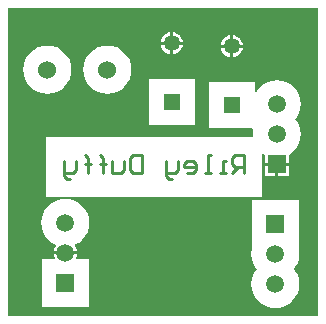
<source format=gbl>
%FSLAX25Y25*%
%MOIN*%
G70*
G01*
G75*
G04 Layer_Physical_Order=2*
G04 Layer_Color=16711680*
%ADD10C,0.02000*%
%ADD11C,0.01000*%
%ADD12R,0.06000X0.06000*%
%ADD13O,0.03937X0.01969*%
%ADD14R,0.03937X0.01969*%
%ADD15C,0.01500*%
%ADD16C,0.06000*%
%ADD17C,0.05315*%
%ADD18R,0.05315X0.05315*%
%ADD19R,0.05906X0.05906*%
%ADD20C,0.05906*%
G36*
X309200Y231300D02*
X205800D01*
Y334200D01*
X309200D01*
Y231300D01*
D02*
G37*
%LPC*%
G36*
X268158Y310315D02*
X252842D01*
Y295000D01*
X268158D01*
Y310315D01*
D02*
G37*
G36*
X299453Y281500D02*
X296000D01*
Y278047D01*
X299453D01*
Y281500D01*
D02*
G37*
G36*
X239000Y321539D02*
X237432Y321384D01*
X235924Y320927D01*
X234534Y320184D01*
X233316Y319184D01*
X232316Y317966D01*
X231573Y316576D01*
X231116Y315068D01*
X230961Y313500D01*
X231116Y311932D01*
X231573Y310424D01*
X232316Y309034D01*
X233316Y307816D01*
X234534Y306816D01*
X235924Y306073D01*
X237432Y305616D01*
X239000Y305461D01*
X240568Y305616D01*
X242076Y306073D01*
X243466Y306816D01*
X244684Y307816D01*
X245684Y309034D01*
X246427Y310424D01*
X246884Y311932D01*
X247039Y313500D01*
X246884Y315068D01*
X246427Y316576D01*
X245684Y317966D01*
X244684Y319184D01*
X243466Y320184D01*
X242076Y320927D01*
X240568Y321384D01*
X239000Y321539D01*
D02*
G37*
G36*
X219000D02*
X217432Y321384D01*
X215924Y320927D01*
X214534Y320184D01*
X213316Y319184D01*
X212316Y317966D01*
X211573Y316576D01*
X211116Y315068D01*
X210961Y313500D01*
X211116Y311932D01*
X211573Y310424D01*
X212316Y309034D01*
X213316Y307816D01*
X214534Y306816D01*
X215924Y306073D01*
X217432Y305616D01*
X219000Y305461D01*
X220568Y305616D01*
X222076Y306073D01*
X223466Y306816D01*
X224684Y307816D01*
X225684Y309034D01*
X226427Y310424D01*
X226884Y311932D01*
X227039Y313500D01*
X226884Y315068D01*
X226427Y316576D01*
X225684Y317966D01*
X224684Y319184D01*
X223466Y320184D01*
X222076Y320927D01*
X220568Y321384D01*
X219000Y321539D01*
D02*
G37*
G36*
X228921Y252000D02*
X221079D01*
X221149Y251468D01*
X221397Y250869D01*
X221120Y250453D01*
X217047D01*
Y234547D01*
X232953D01*
Y250453D01*
X228880D01*
X228603Y250869D01*
X228851Y251468D01*
X228921Y252000D01*
D02*
G37*
G36*
X302953Y269953D02*
X287047D01*
Y254047D01*
X287047D01*
X287234Y253795D01*
X287162Y253559D01*
X287009Y252000D01*
X287162Y250441D01*
X287617Y248942D01*
X288355Y247560D01*
X288815Y247000D01*
X288355Y246440D01*
X287617Y245058D01*
X287162Y243559D01*
X287009Y242000D01*
X287162Y240441D01*
X287617Y238942D01*
X288355Y237560D01*
X289349Y236349D01*
X290560Y235355D01*
X291942Y234617D01*
X293441Y234162D01*
X295000Y234009D01*
X296559Y234162D01*
X298058Y234617D01*
X299440Y235355D01*
X300651Y236349D01*
X301644Y237560D01*
X302383Y238942D01*
X302838Y240441D01*
X302991Y242000D01*
X302838Y243559D01*
X302383Y245058D01*
X301644Y246440D01*
X301185Y247000D01*
X301644Y247560D01*
X302383Y248942D01*
X302838Y250441D01*
X302991Y252000D01*
X302838Y253559D01*
X302766Y253795D01*
X302953Y254047D01*
X302953D01*
Y269953D01*
D02*
G37*
G36*
X295000Y281500D02*
X291547D01*
Y278047D01*
X295000D01*
Y281500D01*
D02*
G37*
G36*
X225000Y270491D02*
X223441Y270338D01*
X221942Y269883D01*
X220560Y269145D01*
X219349Y268151D01*
X218355Y266940D01*
X217617Y265558D01*
X217162Y264059D01*
X217009Y262500D01*
X217162Y260941D01*
X217617Y259442D01*
X218355Y258060D01*
X219349Y256849D01*
X220560Y255855D01*
X221661Y255267D01*
X221766Y254779D01*
X221547Y254493D01*
X221149Y253532D01*
X221079Y253000D01*
X228921D01*
X228851Y253532D01*
X228453Y254493D01*
X228234Y254779D01*
X228339Y255267D01*
X229440Y255855D01*
X230651Y256849D01*
X231645Y258060D01*
X232383Y259442D01*
X232838Y260941D01*
X232991Y262500D01*
X232838Y264059D01*
X232383Y265558D01*
X231645Y266940D01*
X230651Y268151D01*
X229440Y269145D01*
X228058Y269883D01*
X226559Y270338D01*
X225000Y270491D01*
D02*
G37*
G36*
X281000Y324966D02*
Y321843D01*
X284123D01*
X284063Y322297D01*
X283695Y323187D01*
X283109Y323951D01*
X282345Y324537D01*
X281455Y324906D01*
X281000Y324966D01*
D02*
G37*
G36*
X280000D02*
X279545Y324906D01*
X278656Y324537D01*
X277891Y323951D01*
X277305Y323187D01*
X276937Y322297D01*
X276877Y321843D01*
X280000D01*
Y324966D01*
D02*
G37*
G36*
X261000Y325966D02*
Y322843D01*
X264123D01*
X264063Y323297D01*
X263695Y324187D01*
X263109Y324951D01*
X262345Y325537D01*
X261455Y325906D01*
X261000Y325966D01*
D02*
G37*
G36*
X260000D02*
X259545Y325906D01*
X258656Y325537D01*
X257892Y324951D01*
X257305Y324187D01*
X256937Y323297D01*
X256877Y322843D01*
X260000D01*
Y325966D01*
D02*
G37*
G36*
X264123Y321843D02*
X261000D01*
Y318719D01*
X261455Y318779D01*
X262345Y319148D01*
X263109Y319734D01*
X263695Y320498D01*
X264063Y321388D01*
X264123Y321843D01*
D02*
G37*
G36*
X280000Y320843D02*
X276877D01*
X276937Y320388D01*
X277305Y319498D01*
X277891Y318734D01*
X278656Y318148D01*
X279545Y317779D01*
X280000Y317719D01*
Y320843D01*
D02*
G37*
G36*
X295500Y309991D02*
X293941Y309838D01*
X292442Y309383D01*
X291060Y308645D01*
X289849Y307651D01*
X288856Y306440D01*
X288643Y306041D01*
X288158Y306163D01*
Y309315D01*
X272843D01*
Y294000D01*
X287376D01*
X287674Y293598D01*
X287662Y293559D01*
X287509Y292000D01*
X287571Y291369D01*
X287235Y290998D01*
X218519D01*
Y271001D01*
X290500D01*
Y285231D01*
X290952Y285444D01*
X291060Y285355D01*
X291547Y285095D01*
Y282500D01*
X299453D01*
Y285095D01*
X299940Y285355D01*
X301151Y286349D01*
X302145Y287560D01*
X302883Y288942D01*
X303338Y290441D01*
X303491Y292000D01*
X303338Y293559D01*
X302883Y295058D01*
X302145Y296440D01*
X301685Y297000D01*
X302145Y297560D01*
X302883Y298942D01*
X303338Y300441D01*
X303491Y302000D01*
X303338Y303559D01*
X302883Y305058D01*
X302145Y306440D01*
X301151Y307651D01*
X299940Y308645D01*
X298558Y309383D01*
X297059Y309838D01*
X295500Y309991D01*
D02*
G37*
G36*
X260000Y321843D02*
X256877D01*
X256937Y321388D01*
X257305Y320498D01*
X257892Y319734D01*
X258656Y319148D01*
X259545Y318779D01*
X260000Y318719D01*
Y321843D01*
D02*
G37*
G36*
X284123Y320843D02*
X281000D01*
Y317719D01*
X281455Y317779D01*
X282345Y318148D01*
X283109Y318734D01*
X283695Y319498D01*
X284063Y320388D01*
X284123Y320843D01*
D02*
G37*
%LPD*%
D11*
X284500Y279000D02*
Y284998D01*
X281501D01*
X280501Y283998D01*
Y281999D01*
X281501Y280999D01*
X284500D01*
X282501D02*
X280501Y279000D01*
X278502D02*
X276503D01*
X277502D01*
Y282999D01*
X278502D01*
X273504Y279000D02*
X271504D01*
X272504D01*
Y284998D01*
X273504D01*
X265506Y279000D02*
X267506D01*
X268505Y280000D01*
Y281999D01*
X267506Y282999D01*
X265506D01*
X264507Y281999D01*
Y280999D01*
X268505D01*
X262507Y282999D02*
Y280000D01*
X261507Y279000D01*
X258508D01*
Y278000D01*
X259508Y277001D01*
X260508D01*
X258508Y279000D02*
Y282999D01*
X250511Y284998D02*
Y279000D01*
X247512D01*
X246512Y280000D01*
Y283998D01*
X247512Y284998D01*
X250511D01*
X244513Y282999D02*
Y280000D01*
X243513Y279000D01*
X240514D01*
Y282999D01*
X237515Y279000D02*
Y283998D01*
Y281999D01*
X238515D01*
X236515D01*
X237515D01*
Y283998D01*
X236515Y284998D01*
X232517Y279000D02*
Y283998D01*
Y281999D01*
X233517D01*
X231517D01*
X232517D01*
Y283998D01*
X231517Y284998D01*
X228518Y282999D02*
Y280000D01*
X227518Y279000D01*
X224519D01*
Y278000D01*
X225519Y277001D01*
X226519D01*
X224519Y279000D02*
Y282999D01*
D16*
X239000Y313500D02*
D03*
X219000D02*
D03*
D17*
X260500Y322342D02*
D03*
X280500Y321342D02*
D03*
D18*
X260500Y302658D02*
D03*
X280500Y301658D02*
D03*
D19*
X295500Y282000D02*
D03*
X295000Y262000D02*
D03*
X225000Y242500D02*
D03*
D20*
X295500Y292000D02*
D03*
Y302000D02*
D03*
X295000Y252000D02*
D03*
Y242000D02*
D03*
X225000Y252500D02*
D03*
Y262500D02*
D03*
M02*

</source>
